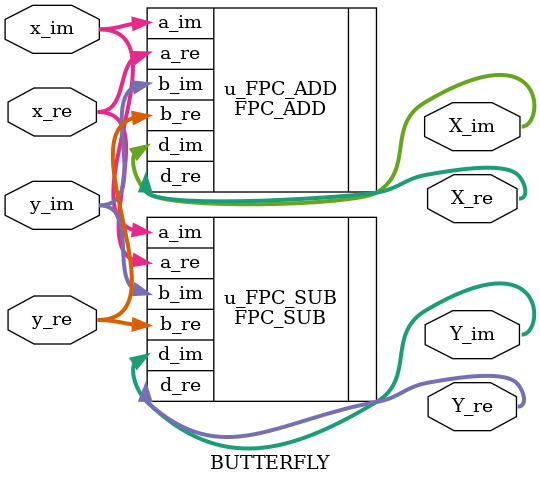
<source format=v>
module BUTTERFLY #(
    parameter   FLOAT_PRECISION = 64
)(
    // Input signals
    x_re, x_im,
    y_re, y_im,
    // Output signals
    X_re, X_im,
    Y_re, Y_im
);

//---------------------------------------------------------------------
//   Input & Output
//---------------------------------------------------------------------
input  [FLOAT_PRECISION-1:0] x_re;
input  [FLOAT_PRECISION-1:0] x_im;
input  [FLOAT_PRECISION-1:0] y_re;
input  [FLOAT_PRECISION-1:0] y_im;

output [FLOAT_PRECISION-1:0] X_re;
output [FLOAT_PRECISION-1:0] X_im;
output [FLOAT_PRECISION-1:0] Y_re;
output [FLOAT_PRECISION-1:0] Y_im;

//---------------------------------------------------------------------
//   Submodule
//---------------------------------------------------------------------
FPC_ADD #(.FLOAT_PRECISION(FLOAT_PRECISION))
u_FPC_ADD (
    // Input signals
    .a_re(x_re), .a_im(x_im),
    .b_re(y_re), .b_im(y_im),
    // Output signals
    .d_re(X_re), .d_im(X_im)
    );

FPC_SUB #(.FLOAT_PRECISION(FLOAT_PRECISION))
u_FPC_SUB (
    // Input signals
    .a_re(x_re), .a_im(x_im),
    .b_re(y_re), .b_im(y_im),
    // Output signals
    .d_re(Y_re), .d_im(Y_im)
    );

endmodule

</source>
